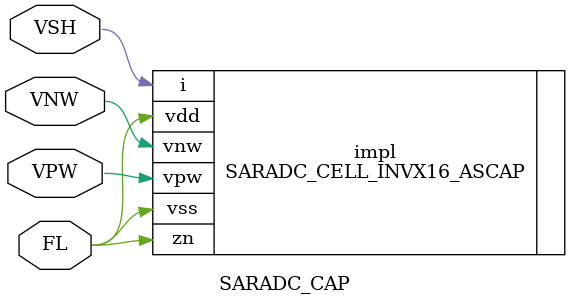
<source format=v>

(* keep_hierarchy = "yes" *)
module SARADC_CAP (
  inout VNW, VPW,
  inout VSH, FL // TODO: Ask Li why those names
);

  SARADC_CELL_INVX16_ASCAP impl (
//`ifdef WITH_BODY
    .vnw(VNW), .vpw(VPW),
//`endif
    .vdd(FL), .vss(FL),
    .i(VSH), .zn(FL)
  );

endmodule


</source>
